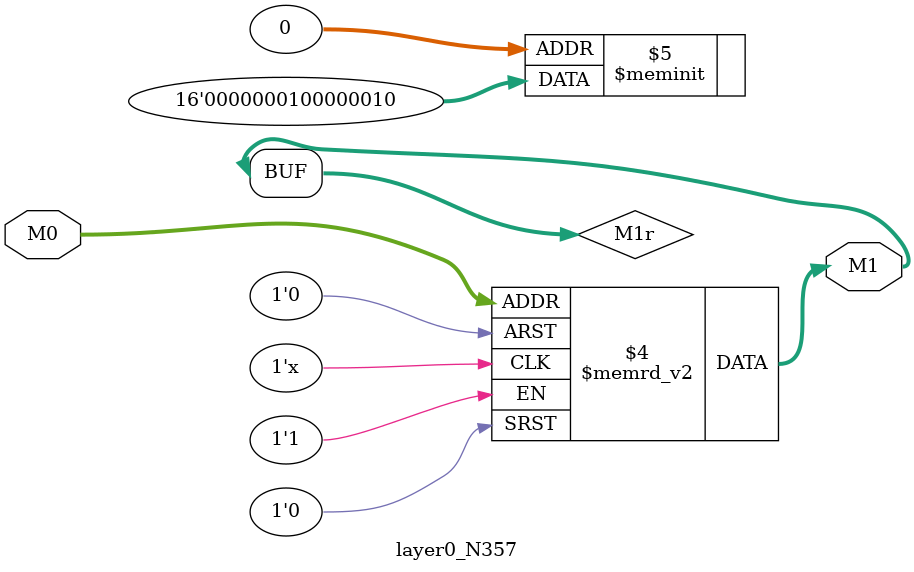
<source format=v>
module layer0_N357 ( input [2:0] M0, output [1:0] M1 );

	(*rom_style = "distributed" *) reg [1:0] M1r;
	assign M1 = M1r;
	always @ (M0) begin
		case (M0)
			3'b000: M1r = 2'b10;
			3'b100: M1r = 2'b01;
			3'b010: M1r = 2'b00;
			3'b110: M1r = 2'b00;
			3'b001: M1r = 2'b00;
			3'b101: M1r = 2'b00;
			3'b011: M1r = 2'b00;
			3'b111: M1r = 2'b00;

		endcase
	end
endmodule

</source>
